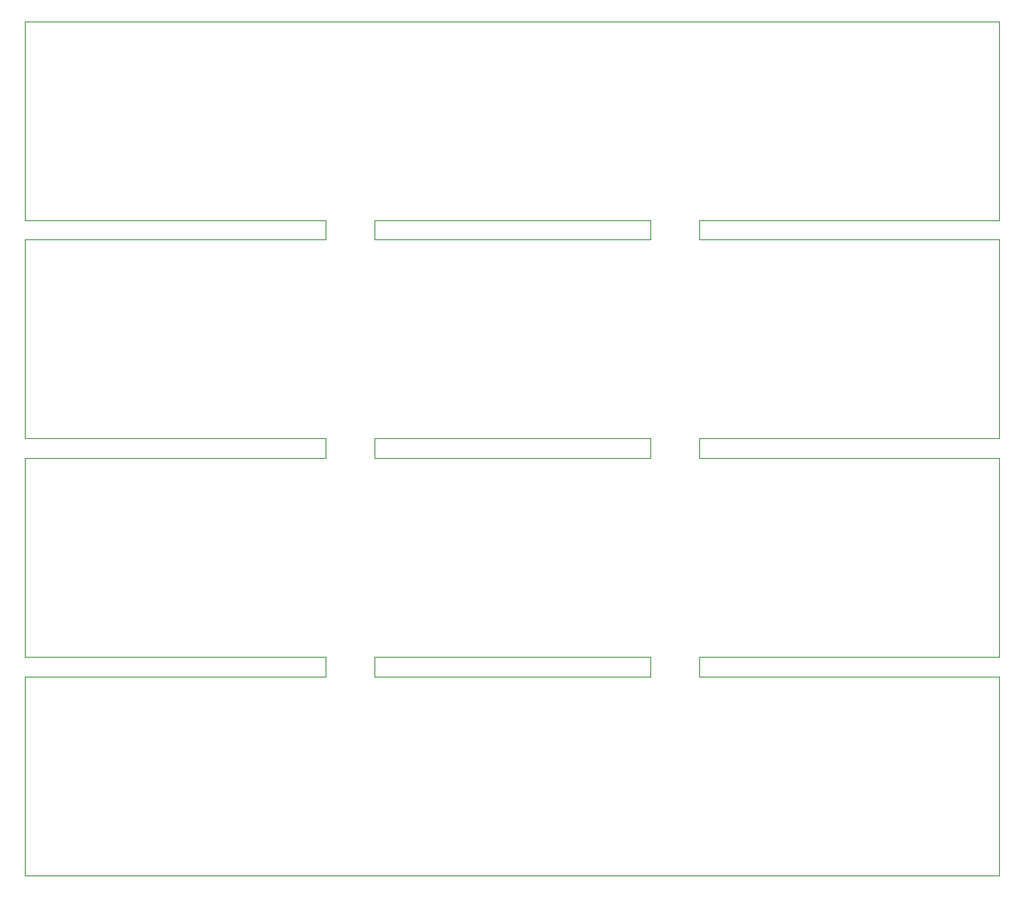
<source format=gbr>
%TF.GenerationSoftware,KiCad,Pcbnew,7.0.2*%
%TF.CreationDate,2023-08-10T02:42:33+09:00*%
%TF.ProjectId,Pmod_7LED_8digit,506d6f64-5f37-44c4-9544-5f3864696769,rev?*%
%TF.SameCoordinates,Original*%
%TF.FileFunction,Profile,NP*%
%FSLAX46Y46*%
G04 Gerber Fmt 4.6, Leading zero omitted, Abs format (unit mm)*
G04 Created by KiCad (PCBNEW 7.0.2) date 2023-08-10 02:42:33*
%MOMM*%
%LPD*%
G01*
G04 APERTURE LIST*
%TA.AperFunction,Profile*%
%ADD10C,0.100000*%
%TD*%
G04 APERTURE END LIST*
D10*
X198284000Y-42320000D02*
X167594666Y-42320000D01*
X134405333Y-63640000D02*
X134405333Y-63640000D01*
X198284000Y-84960000D02*
X198284000Y-64640000D01*
X167594666Y-62640000D02*
X198284000Y-62640000D01*
X129405333Y-40320000D02*
X129405333Y-40320000D01*
X129405333Y-42320000D02*
X98716000Y-42320000D01*
X134405333Y-40320000D02*
X162594666Y-40320000D01*
X129405333Y-41320000D02*
X129405333Y-42320000D01*
X134405333Y-85960000D02*
X134405333Y-85960000D01*
X162594666Y-84960000D02*
X162594666Y-85960000D01*
X129405333Y-84960000D02*
X129405333Y-85960000D01*
X167594666Y-64640000D02*
X167594666Y-63640000D01*
X198284000Y-40320000D02*
X198284000Y-20000000D01*
X98716000Y-64640000D02*
X98716000Y-84960000D01*
X162594666Y-86960000D02*
X134405333Y-86960000D01*
X129405333Y-86960000D02*
X98716000Y-86960000D01*
X162594666Y-42320000D02*
X134405333Y-42320000D01*
X98716000Y-84960000D02*
X129405333Y-84960000D01*
X167594666Y-86960000D02*
X167594666Y-85960000D01*
X198284000Y-62640000D02*
X198284000Y-42320000D01*
X167594666Y-85960000D02*
X167594666Y-84960000D01*
X129405333Y-62640000D02*
X129405333Y-63640000D01*
X134405333Y-42320000D02*
X134405333Y-42320000D01*
X198284000Y-64640000D02*
X167594666Y-64640000D01*
X134405333Y-64640000D02*
X134405333Y-63640000D01*
X129405333Y-64640000D02*
X98716000Y-64640000D01*
X162594666Y-40320000D02*
X162594666Y-41320000D01*
X198284000Y-20000000D02*
X98716000Y-20000000D01*
X134405333Y-84960000D02*
X162594666Y-84960000D01*
X162594666Y-64640000D02*
X134405333Y-64640000D01*
X98716000Y-20000000D02*
X98716000Y-40320000D01*
X129405333Y-63640000D02*
X129405333Y-64640000D01*
X98716000Y-86960000D02*
X98716000Y-107280000D01*
X134405333Y-63640000D02*
X134405333Y-62640000D01*
X129405333Y-40320000D02*
X129405333Y-41320000D01*
X134405333Y-41320000D02*
X134405333Y-40320000D01*
X167594666Y-42320000D02*
X167594666Y-41320000D01*
X167594666Y-84960000D02*
X198284000Y-84960000D01*
X167594666Y-41320000D02*
X167594666Y-40320000D01*
X98716000Y-42320000D02*
X98716000Y-62640000D01*
X98716000Y-40320000D02*
X129405333Y-40320000D01*
X162594666Y-85960000D02*
X162594666Y-86960000D01*
X162594666Y-62640000D02*
X162594666Y-63640000D01*
X134405333Y-85960000D02*
X134405333Y-84960000D01*
X98716000Y-62640000D02*
X129405333Y-62640000D01*
X162594666Y-63640000D02*
X162594666Y-64640000D01*
X198284000Y-107280000D02*
X198284000Y-86960000D01*
X162594666Y-41320000D02*
X162594666Y-42320000D01*
X167594666Y-63640000D02*
X167594666Y-62640000D01*
X134405333Y-62640000D02*
X162594666Y-62640000D01*
X134405333Y-42320000D02*
X134405333Y-41320000D01*
X198284000Y-86960000D02*
X167594666Y-86960000D01*
X167594666Y-40320000D02*
X198284000Y-40320000D01*
X98716000Y-107280000D02*
X198284000Y-107280000D01*
X134405333Y-86960000D02*
X134405333Y-85960000D01*
X129405333Y-85960000D02*
X129405333Y-86960000D01*
M02*

</source>
